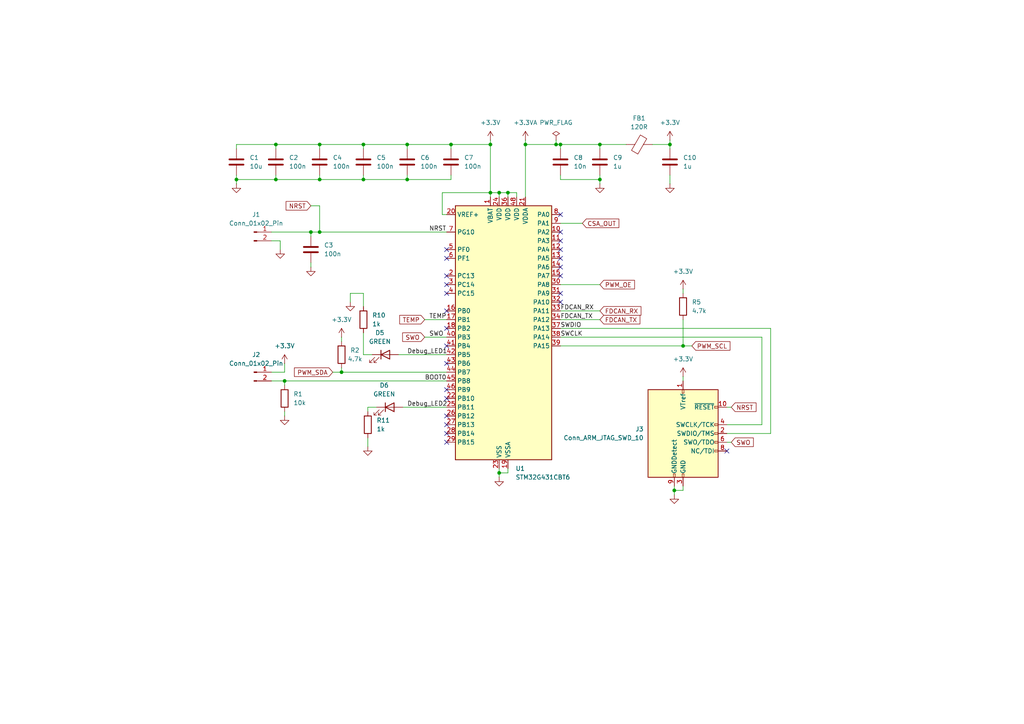
<source format=kicad_sch>
(kicad_sch (version 20250114) (generator "eeschema") (generator_version "9.0")
  (paper "A4")
  (lib_symbols
    (symbol "Connector:Conn_01x02_Pin" (pin_names (offset 1.016) (hide yes))
      (property "Reference" "J" (at 0 2.54 0))
      (property "Value" "Conn_01x02_Pin" (at 0 -5.08 0))
      (symbol "Conn_01x02_Pin_1_1"
        (rectangle (start 0.8636 0.127) (end 0 -0.127) (stroke (width 0.1524)) (fill (type outline)))
        (rectangle (start 0.8636 -2.413) (end 0 -2.667) (stroke (width 0.1524)) (fill (type outline)))
        (polyline (pts (xy 1.27 0) (xy 0.8636 0)) (stroke (width 0.1524)))
        (polyline (pts (xy 1.27 -2.54) (xy 0.8636 -2.54)) (stroke (width 0.1524)))
        (pin passive line (at 5.08 0 180) (length 3.81) (name "Pin_1") (number "1"))
        (pin passive line (at 5.08 -2.54 180) (length 3.81) (name "Pin_2") (number "2"))
      )
    )
    (symbol "Connector:Conn_ARM_JTAG_SWD_10" (pin_names (offset 1.016))
      (property "Reference" "J" (at -2.54 16.51 0))
      (property "Value" "Conn_ARM_JTAG_SWD_10" (at -2.54 13.97 0))
      (symbol "Conn_ARM_JTAG_SWD_10_0_1"
        (rectangle (start -10.16 12.7) (end 10.16 -12.7) (stroke (width 0.254)) (fill (type background)))
        (rectangle (start -2.794 -12.7) (end -2.286 -11.684))
        (rectangle (start -0.254 12.7) (end 0.254 11.684))
        (rectangle (start -0.254 -12.7) (end 0.254 -11.684))
        (rectangle (start 9.144 2.286) (end 10.16 2.794))
        (rectangle (start 10.16 7.874) (end 9.144 7.366))
        (rectangle (start 10.16 -0.254) (end 9.144 0.254))
        (rectangle (start 10.16 -2.794) (end 9.144 -2.286))
      )
      (symbol "Conn_ARM_JTAG_SWD_10_1_1"
        (rectangle (start 9.144 -5.334) (end 10.16 -4.826))
        (pin no_connect line (at -10.16 0 0) (length 2.54) (hide yes) (name "KEY") (number "7"))
        (pin passive line (at -2.54 -15.24 90) (length 2.54) (name "GNDDetect") (number "9"))
        (pin power_in line (at 0 15.24 270) (length 2.54) (name "VTref") (number "1"))
        (pin power_in line (at 0 -15.24 90) (length 2.54) (name "GND") (number "3"))
        (pin passive line (at 0 -15.24 90) (length 2.54) (hide yes) (name "GND") (number "5"))
        (pin open_collector line (at 12.7 7.62 180) (length 2.54) (name "~{RESET}") (number "10"))
        (pin output line (at 12.7 2.54 180) (length 2.54) (name "SWCLK/TCK") (number "4"))
        (pin bidirectional line (at 12.7 0 180) (length 2.54) (name "SWDIO/TMS") (number "2"))
        (pin input line (at 12.7 -2.54 180) (length 2.54) (name "SWO/TDO") (number "6"))
        (pin output line (at 12.7 -5.08 180) (length 2.54) (name "NC/TDI") (number "8"))
      )
    )
    (symbol "Device:C" (pin_numbers (hide yes)) (pin_names (offset 0.254))
      (property "Reference" "C" (at 0.635 2.54 0))
      (property "Value" "C" (at 0.635 -2.54 0))
      (symbol "C_0_1"
        (polyline (pts (xy -2.032 0.762) (xy 2.032 0.762)) (stroke (width 0.508)))
        (polyline (pts (xy -2.032 -0.762) (xy 2.032 -0.762)) (stroke (width 0.508)))
      )
      (symbol "C_1_1"
        (pin passive line (at 0 3.81 270) (length 2.794) (name "~") (number "1"))
        (pin passive line (at 0 -3.81 90) (length 2.794) (name "~") (number "2"))
      )
    )
    (symbol "Device:FerriteBead" (pin_numbers (hide yes)) (pin_names (offset 0))
      (property "Reference" "FB" (at -3.81 0.635 90))
      (property "Value" "FerriteBead" (at 3.81 0 90))
      (symbol "FerriteBead_0_1"
        (polyline (pts (xy -2.7686 0.4064) (xy -1.7018 2.2606) (xy 2.7686 -0.3048) (xy 1.6764 -2.159) (xy -2.7686 0.4064)))
        (polyline (pts (xy 0 1.27) (xy 0 1.2954)))
        (polyline (pts (xy 0 -1.27) (xy 0 -1.2192)))
      )
      (symbol "FerriteBead_1_1"
        (pin passive line (at 0 3.81 270) (length 2.54) (name "~") (number "1"))
        (pin passive line (at 0 -3.81 90) (length 2.54) (name "~") (number "2"))
      )
    )
    (symbol "Device:LED" (pin_numbers (hide yes)) (pin_names (offset 1.016) (hide yes))
      (property "Reference" "D" (at 0 2.54 0))
      (property "Value" "LED" (at 0 -2.54 0))
      (symbol "LED_0_1"
        (polyline (pts (xy -3.048 -0.762) (xy -4.572 -2.286) (xy -3.81 -2.286) (xy -4.572 -2.286) (xy -4.572 -1.524)))
        (polyline (pts (xy -1.778 -0.762) (xy -3.302 -2.286) (xy -2.54 -2.286) (xy -3.302 -2.286) (xy -3.302 -1.524)))
        (polyline (pts (xy -1.27 0) (xy 1.27 0)))
        (polyline (pts (xy -1.27 -1.27) (xy -1.27 1.27)) (stroke (width 0.254)))
        (polyline (pts (xy 1.27 -1.27) (xy 1.27 1.27) (xy -1.27 0) (xy 1.27 -1.27)) (stroke (width 0.254)))
      )
      (symbol "LED_1_1"
        (pin passive line (at -3.81 0 0) (length 2.54) (name "K") (number "1"))
        (pin passive line (at 3.81 0 180) (length 2.54) (name "A") (number "2"))
      )
    )
    (symbol "Device:R" (pin_numbers (hide yes)) (pin_names (offset 0))
      (property "Reference" "R" (at 2.032 0 90))
      (property "Value" "R" (at 0 0 90))
      (symbol "R_0_1"
        (rectangle (start -1.016 -2.54) (end 1.016 2.54) (stroke (width 0.254)))
      )
      (symbol "R_1_1"
        (pin passive line (at 0 3.81 270) (length 1.27) (name "~") (number "1"))
        (pin passive line (at 0 -3.81 90) (length 1.27) (name "~") (number "2"))
      )
    )
    (symbol "MCU_ST_STM32G4:STM32G431CBTx"
      (property "Reference" "U" (at -12.7 39.37 0))
      (property "Value" "STM32G431CBTx" (at 10.16 39.37 0))
      (symbol "STM32G431CBTx_0_1"
        (rectangle (start -12.7 -35.56) (end 15.24 38.1) (stroke (width 0.254)) (fill (type background)))
      )
      (symbol "STM32G431CBTx_1_1"
        (pin input line (at -15.24 35.56 0) (length 2.54) (name "VREF+") (number "20"))
        (pin bidirectional line (at -15.24 30.48 0) (length 2.54) (name "PG10") (number "7"))
        (pin bidirectional line (at -15.24 25.4 0) (length 2.54) (name "PF0") (number "5"))
        (pin bidirectional line (at -15.24 22.86 0) (length 2.54) (name "PF1") (number "6"))
        (pin bidirectional line (at -15.24 17.78 0) (length 2.54) (name "PC13") (number "2"))
        (pin bidirectional line (at -15.24 15.24 0) (length 2.54) (name "PC14") (number "3"))
        (pin bidirectional line (at -15.24 12.7 0) (length 2.54) (name "PC15") (number "4"))
        (pin bidirectional line (at -15.24 7.62 0) (length 2.54) (name "PB0") (number "16"))
        (pin bidirectional line (at -15.24 5.08 0) (length 2.54) (name "PB1") (number "17"))
        (pin bidirectional line (at -15.24 2.54 0) (length 2.54) (name "PB2") (number "18"))
        (pin bidirectional line (at -15.24 0 0) (length 2.54) (name "PB3") (number "40"))
        (pin bidirectional line (at -15.24 -2.54 0) (length 2.54) (name "PB4") (number "41"))
        (pin bidirectional line (at -15.24 -5.08 0) (length 2.54) (name "PB5") (number "42"))
        (pin bidirectional line (at -15.24 -7.62 0) (length 2.54) (name "PB6") (number "43"))
        (pin bidirectional line (at -15.24 -10.16 0) (length 2.54) (name "PB7") (number "44"))
        (pin bidirectional line (at -15.24 -12.7 0) (length 2.54) (name "PB8") (number "45"))
        (pin bidirectional line (at -15.24 -15.24 0) (length 2.54) (name "PB9") (number "46"))
        (pin bidirectional line (at -15.24 -17.78 0) (length 2.54) (name "PB10") (number "22"))
        (pin bidirectional line (at -15.24 -20.32 0) (length 2.54) (name "PB11") (number "25"))
        (pin bidirectional line (at -15.24 -22.86 0) (length 2.54) (name "PB12") (number "26"))
        (pin bidirectional line (at -15.24 -25.4 0) (length 2.54) (name "PB13") (number "27"))
        (pin bidirectional line (at -15.24 -27.94 0) (length 2.54) (name "PB14") (number "28"))
        (pin bidirectional line (at -15.24 -30.48 0) (length 2.54) (name "PB15") (number "29"))
        (pin power_in line (at -2.54 40.64 270) (length 2.54) (name "VBAT") (number "1"))
        (pin power_in line (at 0 40.64 270) (length 2.54) (name "VDD") (number "24"))
        (pin power_in line (at 0 -38.1 90) (length 2.54) (name "VSS") (number "23"))
        (pin passive line (at 0 -38.1 90) (length 2.54) (hide yes) (name "VSS") (number "35"))
        (pin passive line (at 0 -38.1 90) (length 2.54) (hide yes) (name "VSS") (number "47"))
        (pin power_in line (at 2.54 40.64 270) (length 2.54) (name "VDD") (number "36"))
        (pin power_in line (at 2.54 -38.1 90) (length 2.54) (name "VSSA") (number "19"))
        (pin power_in line (at 5.08 40.64 270) (length 2.54) (name "VDD") (number "48"))
        (pin power_in line (at 7.62 40.64 270) (length 2.54) (name "VDDA") (number "21"))
        (pin bidirectional line (at 17.78 35.56 180) (length 2.54) (name "PA0") (number "8"))
        (pin bidirectional line (at 17.78 33.02 180) (length 2.54) (name "PA1") (number "9"))
        (pin bidirectional line (at 17.78 30.48 180) (length 2.54) (name "PA2") (number "10"))
        (pin bidirectional line (at 17.78 27.94 180) (length 2.54) (name "PA3") (number "11"))
        (pin bidirectional line (at 17.78 25.4 180) (length 2.54) (name "PA4") (number "12"))
        (pin bidirectional line (at 17.78 22.86 180) (length 2.54) (name "PA5") (number "13"))
        (pin bidirectional line (at 17.78 20.32 180) (length 2.54) (name "PA6") (number "14"))
        (pin bidirectional line (at 17.78 17.78 180) (length 2.54) (name "PA7") (number "15"))
        (pin bidirectional line (at 17.78 15.24 180) (length 2.54) (name "PA8") (number "30"))
        (pin bidirectional line (at 17.78 12.7 180) (length 2.54) (name "PA9") (number "31"))
        (pin bidirectional line (at 17.78 10.16 180) (length 2.54) (name "PA10") (number "32"))
        (pin bidirectional line (at 17.78 7.62 180) (length 2.54) (name "PA11") (number "33"))
        (pin bidirectional line (at 17.78 5.08 180) (length 2.54) (name "PA12") (number "34"))
        (pin bidirectional line (at 17.78 2.54 180) (length 2.54) (name "PA13") (number "37"))
        (pin bidirectional line (at 17.78 0 180) (length 2.54) (name "PA14") (number "38"))
        (pin bidirectional line (at 17.78 -2.54 180) (length 2.54) (name "PA15") (number "39"))
      )
    )
    (symbol "power:+3.3V" (power) (pin_numbers (hide yes)) (pin_names (offset 0) (hide yes))
      (property "Value" "+3.3V" (at 0 3.556 0))
      (symbol "+3.3V_0_1"
        (polyline (pts (xy -0.762 1.27) (xy 0 2.54)))
        (polyline (pts (xy 0 2.54) (xy 0.762 1.27)))
        (polyline (pts (xy 0 0) (xy 0 2.54)))
      )
      (symbol "+3.3V_1_1"
        (pin power_in line (at 0 0 90) (length 0) (name "~") (number "1"))
      )
    )
    (symbol "power:+3.3VA" (power) (pin_numbers (hide yes)) (pin_names (offset 0) (hide yes))
      (property "Value" "+3.3VA" (at 0 3.556 0))
      (symbol "+3.3VA_0_1"
        (polyline (pts (xy -0.762 1.27) (xy 0 2.54)))
        (polyline (pts (xy 0 2.54) (xy 0.762 1.27)))
        (polyline (pts (xy 0 0) (xy 0 2.54)))
      )
      (symbol "+3.3VA_1_1"
        (pin power_in line (at 0 0 90) (length 0) (name "~") (number "1"))
      )
    )
    (symbol "power:GND" (power) (pin_numbers (hide yes)) (pin_names (offset 0) (hide yes))
      (property "Value" "GND" (at 0 -3.81 0))
      (symbol "GND_0_1"
        (polyline (pts (xy 0 0) (xy 0 -1.27) (xy 1.27 -1.27) (xy 0 -2.54) (xy -1.27 -1.27) (xy 0 -1.27)))
      )
      (symbol "GND_1_1"
        (pin power_in line (at 0 0 270) (length 0) (name "~") (number "1"))
      )
    )
    (symbol "power:PWR_FLAG" (power) (pin_numbers (hide yes)) (pin_names (offset 0) (hide yes))
      (property "Value" "PWR_FLAG" (at 0 3.81 0))
      (symbol "PWR_FLAG_0_0"
        (pin power_out line (at 0 0 90) (length 0) (name "~") (number "1"))
      )
      (symbol "PWR_FLAG_0_1"
        (polyline (pts (xy 0 0) (xy 0 1.27) (xy -1.016 1.905) (xy 0 2.54) (xy 1.016 1.905) (xy 0 1.27)))
      )
    )
  )
  (junction (at 195.58 142.24))
  (junction (at 194.31 41.91))
  (junction (at 161.29 41.91))
  (junction (at 173.99 52.07))
  (junction (at 152.4 41.91))
  (junction (at 92.71 41.91))
  (junction (at 82.55 110.49))
  (junction (at 162.56 41.91))
  (junction (at 68.58 52.07))
  (junction (at 105.41 41.91))
  (junction (at 147.32 55.88))
  (junction (at 144.78 137.16))
  (junction (at 92.71 67.31))
  (junction (at 142.24 41.91))
  (junction (at 118.11 41.91))
  (junction (at 92.71 52.07))
  (junction (at 142.24 55.88))
  (junction (at 118.11 52.07))
  (junction (at 80.01 41.91))
  (junction (at 173.99 41.91))
  (junction (at 105.41 52.07))
  (junction (at 144.78 55.88))
  (junction (at 90.17 67.31))
  (junction (at 130.81 41.91))
  (junction (at 99.06 107.95))
  (junction (at 198.12 100.33))
  (junction (at 80.01 52.07))
  (no_connect (at 129.54 82.55))
  (no_connect (at 129.54 100.33))
  (no_connect (at 129.54 74.93))
  (no_connect (at 162.56 69.85))
  (no_connect (at 162.56 74.93))
  (no_connect (at 129.54 72.39))
  (no_connect (at 129.54 128.27))
  (no_connect (at 129.54 105.41))
  (no_connect (at 129.54 120.65))
  (no_connect (at 162.56 67.31))
  (no_connect (at 129.54 113.03))
  (no_connect (at 210.82 130.81))
  (no_connect (at 162.56 87.63))
  (no_connect (at 162.56 62.23))
  (no_connect (at 162.56 72.39))
  (no_connect (at 129.54 125.73))
  (no_connect (at 129.54 115.57))
  (no_connect (at 162.56 77.47))
  (no_connect (at 129.54 85.09))
  (no_connect (at 162.56 85.09))
  (no_connect (at 129.54 123.19))
  (no_connect (at 129.54 90.17))
  (no_connect (at 162.56 80.01))
  (no_connect (at 129.54 95.25))
  (no_connect (at 129.54 80.01))
  (wire (pts (xy 162.56 52.07) (xy 173.99 52.07)))
  (wire (pts (xy 173.99 41.91) (xy 181.61 41.91)))
  (wire (pts (xy 92.71 41.91) (xy 80.01 41.91)))
  (wire (pts (xy 198.12 100.33) (xy 200.66 100.33)))
  (wire (pts (xy 129.54 62.23) (xy 128.27 62.23)))
  (wire (pts (xy 90.17 76.2) (xy 90.17 77.47)))
  (wire (pts (xy 162.56 90.17) (xy 173.99 90.17)))
  (wire (pts (xy 101.6 85.09) (xy 105.41 85.09)))
  (wire (pts (xy 81.28 69.85) (xy 78.74 69.85)))
  (wire (pts (xy 80.01 41.91) (xy 68.58 41.91)))
  (wire (pts (xy 99.06 107.95) (xy 129.54 107.95)))
  (wire (pts (xy 128.27 55.88) (xy 142.24 55.88)))
  (wire (pts (xy 144.78 55.88) (xy 142.24 55.88)))
  (wire (pts (xy 142.24 55.88) (xy 142.24 57.15)))
  (wire (pts (xy 147.32 137.16) (xy 144.78 137.16)))
  (wire (pts (xy 147.32 55.88) (xy 147.32 57.15)))
  (wire (pts (xy 106.68 118.11) (xy 109.22 118.11)))
  (wire (pts (xy 105.41 50.8) (xy 105.41 52.07)))
  (wire (pts (xy 198.12 142.24) (xy 195.58 142.24)))
  (wire (pts (xy 90.17 67.31) (xy 92.71 67.31)))
  (wire (pts (xy 149.86 55.88) (xy 147.32 55.88)))
  (wire (pts (xy 128.27 62.23) (xy 128.27 55.88)))
  (wire (pts (xy 198.12 83.82) (xy 198.12 85.09)))
  (wire (pts (xy 161.29 40.64) (xy 161.29 41.91)))
  (wire (pts (xy 173.99 41.91) (xy 173.99 43.18)))
  (wire (pts (xy 90.17 67.31) (xy 90.17 68.58)))
  (wire (pts (xy 101.6 85.09) (xy 101.6 87.63)))
  (wire (pts (xy 82.55 110.49) (xy 78.74 110.49)))
  (wire (pts (xy 173.99 50.8) (xy 173.99 52.07)))
  (wire (pts (xy 144.78 137.16) (xy 144.78 138.43)))
  (wire (pts (xy 80.01 52.07) (xy 68.58 52.07)))
  (wire (pts (xy 162.56 92.71) (xy 173.99 92.71)))
  (wire (pts (xy 198.12 109.22) (xy 198.12 110.49)))
  (wire (pts (xy 162.56 50.8) (xy 162.56 52.07)))
  (wire (pts (xy 96.52 107.95) (xy 99.06 107.95)))
  (wire (pts (xy 142.24 41.91) (xy 142.24 55.88)))
  (wire (pts (xy 105.41 85.09) (xy 105.41 88.9)))
  (wire (pts (xy 118.11 41.91) (xy 118.11 43.18)))
  (wire (pts (xy 152.4 41.91) (xy 161.29 41.91)))
  (wire (pts (xy 105.41 41.91) (xy 105.41 43.18)))
  (wire (pts (xy 194.31 40.64) (xy 194.31 41.91)))
  (wire (pts (xy 142.24 40.64) (xy 142.24 41.91)))
  (wire (pts (xy 123.19 92.71) (xy 129.54 92.71)))
  (wire (pts (xy 130.81 43.18) (xy 130.81 41.91)))
  (wire (pts (xy 129.54 110.49) (xy 82.55 110.49)))
  (wire (pts (xy 92.71 59.69) (xy 92.71 67.31)))
  (wire (pts (xy 144.78 135.89) (xy 144.78 137.16)))
  (wire (pts (xy 162.56 100.33) (xy 198.12 100.33)))
  (wire (pts (xy 147.32 135.89) (xy 147.32 137.16)))
  (wire (pts (xy 147.32 55.88) (xy 144.78 55.88)))
  (wire (pts (xy 99.06 106.68) (xy 99.06 107.95)))
  (wire (pts (xy 92.71 52.07) (xy 80.01 52.07)))
  (wire (pts (xy 161.29 41.91) (xy 162.56 41.91)))
  (wire (pts (xy 168.91 64.77) (xy 162.56 64.77)))
  (wire (pts (xy 105.41 41.91) (xy 92.71 41.91)))
  (wire (pts (xy 82.55 110.49) (xy 82.55 111.76)))
  (wire (pts (xy 81.28 72.39) (xy 81.28 69.85)))
  (wire (pts (xy 173.99 52.07) (xy 173.99 53.34)))
  (wire (pts (xy 152.4 41.91) (xy 152.4 57.15)))
  (wire (pts (xy 210.82 118.11) (xy 212.09 118.11)))
  (wire (pts (xy 130.81 41.91) (xy 142.24 41.91)))
  (wire (pts (xy 92.71 50.8) (xy 92.71 52.07)))
  (wire (pts (xy 68.58 52.07) (xy 68.58 50.8)))
  (wire (pts (xy 223.52 125.73) (xy 210.82 125.73)))
  (wire (pts (xy 149.86 57.15) (xy 149.86 55.88)))
  (wire (pts (xy 220.98 123.19) (xy 210.82 123.19)))
  (wire (pts (xy 82.55 107.95) (xy 78.74 107.95)))
  (wire (pts (xy 105.41 96.52) (xy 105.41 102.87)))
  (wire (pts (xy 194.31 41.91) (xy 189.23 41.91)))
  (wire (pts (xy 90.17 59.69) (xy 92.71 59.69)))
  (wire (pts (xy 144.78 55.88) (xy 144.78 57.15)))
  (wire (pts (xy 220.98 97.79) (xy 220.98 123.19)))
  (wire (pts (xy 162.56 82.55) (xy 173.99 82.55)))
  (wire (pts (xy 82.55 105.41) (xy 82.55 107.95)))
  (wire (pts (xy 92.71 41.91) (xy 92.71 43.18)))
  (wire (pts (xy 68.58 52.07) (xy 68.58 53.34)))
  (wire (pts (xy 106.68 127) (xy 106.68 129.54)))
  (wire (pts (xy 80.01 50.8) (xy 80.01 52.07)))
  (wire (pts (xy 123.19 97.79) (xy 129.54 97.79)))
  (wire (pts (xy 118.11 50.8) (xy 118.11 52.07)))
  (wire (pts (xy 118.11 52.07) (xy 105.41 52.07)))
  (wire (pts (xy 116.84 118.11) (xy 129.54 118.11)))
  (wire (pts (xy 118.11 41.91) (xy 105.41 41.91)))
  (wire (pts (xy 210.82 128.27) (xy 212.09 128.27)))
  (wire (pts (xy 162.56 95.25) (xy 223.52 95.25)))
  (wire (pts (xy 80.01 41.91) (xy 80.01 43.18)))
  (wire (pts (xy 223.52 95.25) (xy 223.52 125.73)))
  (wire (pts (xy 198.12 140.97) (xy 198.12 142.24)))
  (wire (pts (xy 92.71 67.31) (xy 129.54 67.31)))
  (wire (pts (xy 68.58 41.91) (xy 68.58 43.18)))
  (wire (pts (xy 198.12 92.71) (xy 198.12 100.33)))
  (wire (pts (xy 130.81 52.07) (xy 118.11 52.07)))
  (wire (pts (xy 194.31 43.18) (xy 194.31 41.91)))
  (wire (pts (xy 106.68 119.38) (xy 106.68 118.11)))
  (wire (pts (xy 130.81 50.8) (xy 130.81 52.07)))
  (wire (pts (xy 105.41 52.07) (xy 92.71 52.07)))
  (wire (pts (xy 194.31 50.8) (xy 194.31 53.34)))
  (wire (pts (xy 105.41 102.87) (xy 107.95 102.87)))
  (wire (pts (xy 162.56 41.91) (xy 173.99 41.91)))
  (wire (pts (xy 152.4 40.64) (xy 152.4 41.91)))
  (wire (pts (xy 115.57 102.87) (xy 129.54 102.87)))
  (wire (pts (xy 162.56 41.91) (xy 162.56 43.18)))
  (wire (pts (xy 78.74 67.31) (xy 90.17 67.31)))
  (wire (pts (xy 195.58 142.24) (xy 195.58 143.51)))
  (wire (pts (xy 130.81 41.91) (xy 118.11 41.91)))
  (wire (pts (xy 162.56 97.79) (xy 220.98 97.79)))
  (wire (pts (xy 195.58 140.97) (xy 195.58 142.24)))
  (wire (pts (xy 82.55 119.38) (xy 82.55 120.65)))
  (wire (pts (xy 99.06 97.79) (xy 99.06 99.06)))
  (label "FDCAN_RX" (at 162.56 90.17 0))
  (label "SWCLK" (at 162.56 97.79 0))
  (label "NRST" (at 124.46 67.31 0))
  (label "TEMP" (at 124.46 92.71 0))
  (label "Debug_LED1" (at 118.11 102.87 0))
  (label "SWDIO" (at 162.56 95.25 0))
  (label "FDCAN_TX" (at 162.56 92.71 0))
  (label "Debug_LED2" (at 118.11 118.11 0))
  (label "SWO" (at 124.46 97.79 0))
  (label "BOOT0" (at 123.19 110.49 0))
  (global_label "PWM_SDA" (shape input) (at 96.52 107.95 180) (property "Intersheetrefs" "${INTERSHEET_REFS}" (effects (hide yes))))
  (global_label "NRST" (shape input) (at 90.17 59.69 180) (property "Intersheetrefs" "${INTERSHEET_REFS}" (effects (hide yes))))
  (global_label "SWO" (shape input) (at 123.19 97.79 180) (property "Intersheetrefs" "${INTERSHEET_REFS}" (effects (hide yes))))
  (global_label "PWM_OE" (shape input) (at 173.99 82.55 0) (property "Intersheetrefs" "${INTERSHEET_REFS}" (effects (hide yes))))
  (global_label "CSA_OUT" (shape input) (at 168.91 64.77 0) (property "Intersheetrefs" "${INTERSHEET_REFS}" (effects (hide yes))))
  (global_label "FDCAN_RX" (shape input) (at 173.99 90.17 0) (property "Intersheetrefs" "${INTERSHEET_REFS}" (effects (hide yes))))
  (global_label "TEMP" (shape input) (at 123.19 92.71 180) (property "Intersheetrefs" "${INTERSHEET_REFS}" (effects (hide yes))))
  (global_label "SWO" (shape input) (at 212.09 128.27 0) (property "Intersheetrefs" "${INTERSHEET_REFS}" (effects (hide yes))))
  (global_label "PWM_SCL" (shape input) (at 200.66 100.33 0) (property "Intersheetrefs" "${INTERSHEET_REFS}" (effects (hide yes))))
  (global_label "NRST" (shape input) (at 212.09 118.11 0) (property "Intersheetrefs" "${INTERSHEET_REFS}" (effects (hide yes))))
  (global_label "FDCAN_TX" (shape input) (at 173.99 92.71 0) (property "Intersheetrefs" "${INTERSHEET_REFS}" (effects (hide yes))))
  (symbol (lib_id "power:GND") (at 144.78 138.43 0) (unit 1)
    (property "Reference" "#PWR09" (effects (hide yes)))
    (property "Value" "GND" (effects (hide yes)))
    (property "Description" "Power symbol creates a global label with name \"GND\" , ground" (effects (hide yes)))
  )
  (symbol (lib_id "Device:LED") (at 111.76 102.87 0) (unit 1)
    (property "Reference" "D5" (at 110.1725 96.52 0))
    (property "Value" "GREEN" (at 110.1725 99.06 0))
    (property "Footprint" "LED_SMD:LED_0603_1608Metric" (effects (hide yes)))
    (property "Description" "Light emitting diode" (effects (hide yes)))
  )
  (symbol (lib_id "Device:R") (at 99.06 102.87 0) (unit 1)
    (property "Reference" "R2" (at 101.6 101.5999 0) (effects (justify left)))
    (property "Value" "4.7k" (at 100.838 104.14 0) (effects (justify left)))
    (property "Footprint" "Resistor_SMD:R_0402_1005Metric" (effects (hide yes)))
    (property "Description" "Resistor" (effects (hide yes)))
  )
  (symbol (lib_id "power:+3.3V") (at 198.12 109.22 0) (unit 1)
    (property "Reference" "#PWR017" (effects (hide yes)))
    (property "Value" "+3.3V" (at 198.12 104.14 0))
    (property "Description" "Power symbol creates a global label with name \"+3.3V\"" (effects (hide yes)))
  )
  (symbol (lib_id "Device:C") (at 92.71 46.99 0) (unit 1)
    (property "Reference" "C4" (at 96.52 45.7199 0) (effects (justify left)))
    (property "Value" "100n" (at 96.52 48.2599 0) (effects (justify left)))
    (property "Footprint" "Capacitor_SMD:C_0402_1005Metric" (effects (hide yes)))
    (property "Description" "Unpolarized capacitor" (effects (hide yes)))
  )
  (symbol (lib_id "Device:R") (at 82.55 115.57 0) (unit 1)
    (property "Reference" "R1" (at 85.09 114.2999 0) (effects (justify left)))
    (property "Value" "10k" (at 85.09 116.8399 0) (effects (justify left)))
    (property "Footprint" "Resistor_SMD:R_0402_1005Metric" (effects (hide yes)))
    (property "Description" "Resistor" (effects (hide yes)))
  )
  (symbol (lib_id "MCU_ST_STM32G4:STM32G431CBTx") (at 144.78 97.79 0) (unit 1)
    (property "Reference" "U1" (at 149.5141 135.89 0) (effects (justify left)))
    (property "Value" "STM32G431CBT6" (at 149.5141 138.43 0) (effects (justify left)))
    (property "Footprint" "Package_QFP:LQFP-48_7x7mm_P0.5mm" (effects (hide yes)))
    (property "Datasheet" "https://www.st.com/resource/en/datasheet/stm32g431cb.pdf" (effects (hide yes)))
    (property "Description" "STMicroelectronics Arm Cortex-M4 MCU, 128KB flash, 32KB RAM, 170 MHz, 1.71-3.6V, 38 GPIO, LQFP48" (effects (hide yes)))
  )
  (symbol (lib_id "Device:LED") (at 113.03 118.11 0) (unit 1)
    (property "Reference" "D6" (at 111.4425 111.76 0))
    (property "Value" "GREEN" (at 111.4425 114.3 0))
    (property "Footprint" "LED_SMD:LED_0603_1608Metric" (effects (hide yes)))
    (property "Description" "Light emitting diode" (effects (hide yes)))
  )
  (symbol (lib_id "Device:C") (at 194.31 46.99 0) (unit 1)
    (property "Reference" "C10" (at 198.12 45.7199 0) (effects (justify left)))
    (property "Value" "1u" (at 198.12 48.2599 0) (effects (justify left)))
    (property "Footprint" "Capacitor_SMD:C_0402_1005Metric" (effects (hide yes)))
    (property "Description" "Unpolarized capacitor" (effects (hide yes)))
  )
  (symbol (lib_id "power:+3.3V") (at 194.31 40.64 0) (unit 1)
    (property "Reference" "#PWR013" (effects (hide yes)))
    (property "Value" "+3.3V" (at 194.31 35.56 0))
    (property "Description" "Power symbol creates a global label with name \"+3.3V\"" (effects (hide yes)))
  )
  (symbol (lib_id "Connector:Conn_01x02_Pin") (at 73.66 107.95 0) (unit 1)
    (property "Reference" "J2" (at 74.295 102.87 0))
    (property "Value" "Conn_01x02_Pin" (at 74.295 105.41 0))
    (property "Footprint" "Connector_PinHeader_2.54mm:PinHeader_1x02_P2.54mm_Vertical" (effects (hide yes)))
    (property "Description" "Generic connector, single row, 01x02, script generated" (effects (hide yes)))
  )
  (symbol (lib_id "power:GND") (at 68.58 53.34 0) (unit 1)
    (property "Reference" "#PWR01" (effects (hide yes)))
    (property "Value" "GND" (effects (hide yes)))
    (property "Description" "Power symbol creates a global label with name \"GND\" , ground" (effects (hide yes)))
  )
  (symbol (lib_id "power:+3.3V") (at 99.06 97.79 0) (unit 1)
    (property "Reference" "#PWR06" (effects (hide yes)))
    (property "Value" "+3.3V" (at 99.06 92.71 0))
    (property "Description" "Power symbol creates a global label with name \"+3.3V\"" (effects (hide yes)))
  )
  (symbol (lib_id "Device:C") (at 130.81 46.99 0) (unit 1)
    (property "Reference" "C7" (at 134.62 45.7199 0) (effects (justify left)))
    (property "Value" "100n" (at 134.62 48.2599 0) (effects (justify left)))
    (property "Footprint" "Capacitor_SMD:C_0402_1005Metric" (effects (hide yes)))
    (property "Description" "Unpolarized capacitor" (effects (hide yes)))
  )
  (symbol (lib_id "power:GND") (at 194.31 53.34 0) (unit 1)
    (property "Reference" "#PWR014" (effects (hide yes)))
    (property "Value" "GND" (effects (hide yes)))
    (property "Description" "Power symbol creates a global label with name \"GND\" , ground" (effects (hide yes)))
  )
  (symbol (lib_id "Device:C") (at 105.41 46.99 0) (unit 1)
    (property "Reference" "C5" (at 109.22 45.7199 0) (effects (justify left)))
    (property "Value" "100n" (at 109.22 48.2599 0) (effects (justify left)))
    (property "Footprint" "Capacitor_SMD:C_0402_1005Metric" (effects (hide yes)))
    (property "Description" "Unpolarized capacitor" (effects (hide yes)))
  )
  (symbol (lib_id "power:+3.3V") (at 142.24 40.64 0) (unit 1)
    (property "Reference" "#PWR08" (effects (hide yes)))
    (property "Value" "+3.3V" (at 142.24 35.56 0))
    (property "Description" "Power symbol creates a global label with name \"+3.3V\"" (effects (hide yes)))
  )
  (symbol (lib_id "Device:C") (at 68.58 46.99 0) (unit 1)
    (property "Reference" "C1" (at 72.39 45.7199 0) (effects (justify left)))
    (property "Value" "10u" (at 72.39 48.2599 0) (effects (justify left)))
    (property "Footprint" "Capacitor_SMD:C_0603_1608Metric" (effects (hide yes)))
    (property "Description" "Unpolarized capacitor" (effects (hide yes)))
  )
  (symbol (lib_id "power:+3.3V") (at 198.12 83.82 0) (unit 1)
    (property "Reference" "#PWR016" (effects (hide yes)))
    (property "Value" "+3.3V" (at 198.12 78.74 0))
    (property "Description" "Power symbol creates a global label with name \"+3.3V\"" (effects (hide yes)))
  )
  (symbol (lib_id "Device:C") (at 80.01 46.99 0) (unit 1)
    (property "Reference" "C2" (at 83.82 45.7199 0) (effects (justify left)))
    (property "Value" "100n" (at 83.82 48.2599 0) (effects (justify left)))
    (property "Footprint" "Capacitor_SMD:C_0402_1005Metric" (effects (hide yes)))
    (property "Description" "Unpolarized capacitor" (effects (hide yes)))
  )
  (symbol (lib_id "power:GND") (at 173.99 53.34 0) (unit 1)
    (property "Reference" "#PWR011" (effects (hide yes)))
    (property "Value" "GND" (effects (hide yes)))
    (property "Description" "Power symbol creates a global label with name \"GND\" , ground" (effects (hide yes)))
  )
  (symbol (lib_id "Device:R") (at 198.12 88.9 0) (unit 1)
    (property "Reference" "R5" (at 200.66 87.6299 0) (effects (justify left)))
    (property "Value" "4.7k" (at 200.66 90.1699 0) (effects (justify left)))
    (property "Footprint" "Resistor_SMD:R_0402_1005Metric" (effects (hide yes)))
    (property "Description" "Resistor" (effects (hide yes)))
  )
  (symbol (lib_id "power:GND") (at 90.17 77.47 0) (unit 1)
    (property "Reference" "#PWR05" (effects (hide yes)))
    (property "Value" "GND" (effects (hide yes)))
    (property "Description" "Power symbol creates a global label with name \"GND\" , ground" (effects (hide yes)))
  )
  (symbol (lib_id "Device:C") (at 118.11 46.99 0) (unit 1)
    (property "Reference" "C6" (at 121.92 45.7199 0) (effects (justify left)))
    (property "Value" "100n" (at 121.92 48.2599 0) (effects (justify left)))
    (property "Footprint" "Capacitor_SMD:C_0402_1005Metric" (effects (hide yes)))
    (property "Description" "Unpolarized capacitor" (effects (hide yes)))
  )
  (symbol (lib_id "Connector:Conn_ARM_JTAG_SWD_10") (at 198.12 125.73 0) (unit 1)
    (property "Reference" "J3" (at 186.69 124.4599 0) (effects (justify right)))
    (property "Value" "Conn_ARM_JTAG_SWD_10" (at 186.69 126.9999 0) (effects (justify right)))
    (property "Footprint" "Connector_PinHeader_1.27mm:PinHeader_2x05_P1.27mm_Vertical" (effects (hide yes)))
    (property "Datasheet" "http://infocenter.arm.com/help/topic/com.arm.doc.ddi0314h/DDI0314H_coresight_components_trm.pdf" (effects (hide yes)))
    (property "Description" "Cortex Debug Connector, standard ARM Cortex-M SWD and JTAG interface" (effects (hide yes)))
  )
  (symbol (lib_id "power:+3.3VA") (at 152.4 40.64 0) (unit 1)
    (property "Reference" "#PWR010" (effects (hide yes)))
    (property "Value" "+3.3VA" (at 152.4 35.56 0))
    (property "Description" "Power symbol creates a global label with name \"+3.3VA\"" (effects (hide yes)))
  )
  (symbol (lib_id "Device:C") (at 162.56 46.99 0) (unit 1)
    (property "Reference" "C8" (at 166.37 45.7199 0) (effects (justify left)))
    (property "Value" "10n" (at 166.37 48.2599 0) (effects (justify left)))
    (property "Footprint" "Capacitor_SMD:C_0402_1005Metric" (effects (hide yes)))
    (property "Description" "Unpolarized capacitor" (effects (hide yes)))
  )
  (symbol (lib_id "Device:FerriteBead") (at 185.42 41.91 90) (unit 1)
    (property "Reference" "FB1" (at 185.3692 34.29 90))
    (property "Value" "120R" (at 185.3692 36.83 90))
    (property "Footprint" "Inductor_SMD:L_0603_1608Metric" (effects (hide yes)))
    (property "Description" "Ferrite bead" (effects (hide yes)))
  )
  (symbol (lib_id "power:+3.3V") (at 82.55 105.41 0) (unit 1)
    (property "Reference" "#PWR03" (effects (hide yes)))
    (property "Value" "+3.3V" (at 82.55 100.33 0))
    (property "Description" "Power symbol creates a global label with name \"+3.3V\"" (effects (hide yes)))
  )
  (symbol (lib_id "power:GND") (at 101.6 87.63 0) (unit 1)
    (property "Reference" "#PWR052" (effects (hide yes)))
    (property "Value" "GND" (effects (hide yes)))
    (property "Description" "Power symbol creates a global label with name \"GND\" , ground" (effects (hide yes)))
  )
  (symbol (lib_id "power:PWR_FLAG") (at 161.29 40.64 0) (unit 1)
    (property "Reference" "#FLG01" (effects (hide yes)))
    (property "Value" "PWR_FLAG" (at 161.29 35.56 0))
    (property "Description" "Special symbol for telling ERC where power comes from" (effects (hide yes)))
  )
  (symbol (lib_id "Device:C") (at 90.17 72.39 0) (unit 1)
    (property "Reference" "C3" (at 93.98 71.1199 0) (effects (justify left)))
    (property "Value" "100n" (at 93.98 73.6599 0) (effects (justify left)))
    (property "Footprint" "Capacitor_SMD:C_0402_1005Metric" (effects (hide yes)))
    (property "Description" "Unpolarized capacitor" (effects (hide yes)))
  )
  (symbol (lib_id "power:GND") (at 195.58 143.51 0) (unit 1)
    (property "Reference" "#PWR015" (effects (hide yes)))
    (property "Value" "GND" (effects (hide yes)))
    (property "Description" "Power symbol creates a global label with name \"GND\" , ground" (effects (hide yes)))
  )
  (symbol (lib_id "Connector:Conn_01x02_Pin") (at 73.66 67.31 0) (unit 1)
    (property "Reference" "J1" (at 74.295 62.23 0))
    (property "Value" "Conn_01x02_Pin" (at 74.295 64.77 0))
    (property "Footprint" "Connector_PinHeader_2.54mm:PinHeader_1x02_P2.54mm_Horizontal" (effects (hide yes)))
    (property "Description" "Generic connector, single row, 01x02, script generated" (effects (hide yes)))
  )
  (symbol (lib_id "power:GND") (at 81.28 72.39 0) (unit 1)
    (property "Reference" "#PWR02" (effects (hide yes)))
    (property "Value" "GND" (effects (hide yes)))
    (property "Description" "Power symbol creates a global label with name \"GND\" , ground" (effects (hide yes)))
  )
  (symbol (lib_id "power:GND") (at 106.68 129.54 0) (unit 1)
    (property "Reference" "#PWR066" (effects (hide yes)))
    (property "Value" "GND" (effects (hide yes)))
    (property "Description" "Power symbol creates a global label with name \"GND\" , ground" (effects (hide yes)))
  )
  (symbol (lib_id "Device:C") (at 173.99 46.99 0) (unit 1)
    (property "Reference" "C9" (at 177.8 45.7199 0) (effects (justify left)))
    (property "Value" "1u" (at 177.8 48.2599 0) (effects (justify left)))
    (property "Footprint" "Capacitor_SMD:C_0402_1005Metric" (effects (hide yes)))
    (property "Description" "Unpolarized capacitor" (effects (hide yes)))
  )
  (symbol (lib_id "Device:R") (at 105.41 92.71 0) (unit 1)
    (property "Reference" "R10" (at 107.95 91.4399 0) (effects (justify left)))
    (property "Value" "1k" (at 107.95 93.9799 0) (effects (justify left)))
    (property "Footprint" "Resistor_SMD:R_0402_1005Metric" (effects (hide yes)))
    (property "Description" "Resistor" (effects (hide yes)))
  )
  (symbol (lib_id "power:GND") (at 82.55 120.65 0) (unit 1)
    (property "Reference" "#PWR04" (effects (hide yes)))
    (property "Value" "GND" (effects (hide yes)))
    (property "Description" "Power symbol creates a global label with name \"GND\" , ground" (effects (hide yes)))
  )
  (symbol (lib_id "Device:R") (at 106.68 123.19 0) (unit 1)
    (property "Reference" "R11" (at 109.22 121.9199 0) (effects (justify left)))
    (property "Value" "1k" (at 109.22 124.4599 0) (effects (justify left)))
    (property "Footprint" "Resistor_SMD:R_0402_1005Metric" (effects (hide yes)))
    (property "Description" "Resistor" (effects (hide yes)))
  )
)
</source>
